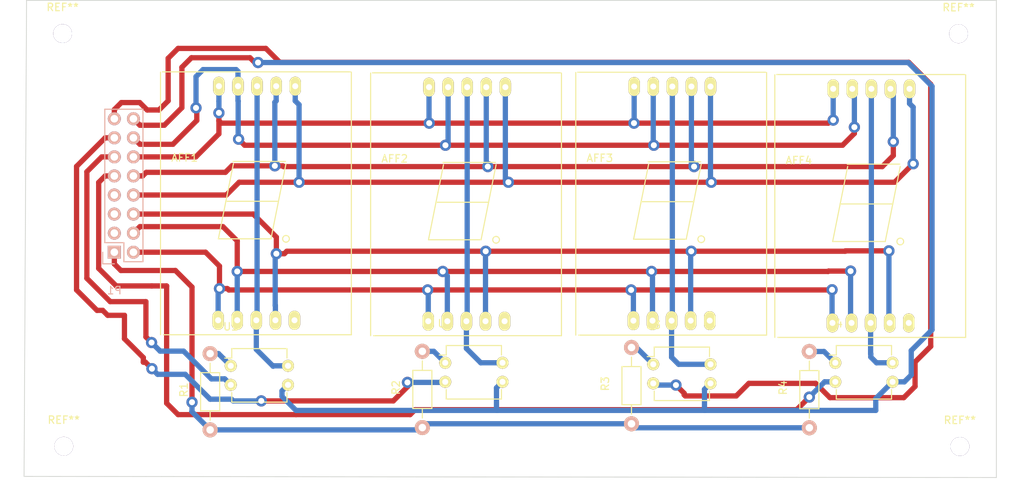
<source format=kicad_pcb>
(kicad_pcb (version 4) (host pcbnew 4.0.1-stable)

  (general
    (links 0)
    (no_connects 0)
    (area 0 0 0 0)
    (thickness 1.6)
    (drawings 4)
    (tracks 323)
    (zones 0)
    (modules 17)
    (nets 29)
  )

  (page A4)
  (layers
    (0 F.Cu signal)
    (31 B.Cu signal)
    (32 B.Adhes user)
    (33 F.Adhes user)
    (34 B.Paste user)
    (35 F.Paste user)
    (36 B.SilkS user)
    (37 F.SilkS user)
    (38 B.Mask user)
    (39 F.Mask user)
    (40 Dwgs.User user)
    (41 Cmts.User user)
    (42 Eco1.User user)
    (43 Eco2.User user)
    (44 Edge.Cuts user)
    (45 Margin user)
    (46 B.CrtYd user)
    (47 F.CrtYd user)
    (48 B.Fab user)
    (49 F.Fab user)
  )

  (setup
    (last_trace_width 0.7)
    (user_trace_width 0.3)
    (user_trace_width 0.5)
    (user_trace_width 0.7)
    (user_trace_width 0.9)
    (trace_clearance 0.2)
    (zone_clearance 0.508)
    (zone_45_only no)
    (trace_min 0.2)
    (segment_width 0.2)
    (edge_width 0.1)
    (via_size 0.6)
    (via_drill 0.4)
    (via_min_size 0.4)
    (via_min_drill 0.3)
    (user_via 1.5 0.8)
    (uvia_size 0.3)
    (uvia_drill 0.1)
    (uvias_allowed no)
    (uvia_min_size 0.2)
    (uvia_min_drill 0.1)
    (pcb_text_width 0.3)
    (pcb_text_size 1.5 1.5)
    (mod_edge_width 1)
    (mod_text_size 1 1)
    (mod_text_width 0.15)
    (pad_size 1.5 1.5)
    (pad_drill 0.6)
    (pad_to_mask_clearance 0)
    (aux_axis_origin 0 0)
    (visible_elements FFFFEF7F)
    (pcbplotparams
      (layerselection 0x00030_80000001)
      (usegerberextensions false)
      (excludeedgelayer true)
      (linewidth 0.100000)
      (plotframeref false)
      (viasonmask false)
      (mode 1)
      (useauxorigin false)
      (hpglpennumber 1)
      (hpglpenspeed 20)
      (hpglpendiameter 15)
      (hpglpenoverlay 2)
      (psnegative false)
      (psa4output false)
      (plotreference true)
      (plotvalue true)
      (plotinvisibletext false)
      (padsonsilk false)
      (subtractmaskfromsilk false)
      (outputformat 1)
      (mirror false)
      (drillshape 1)
      (scaleselection 1)
      (outputdirectory ""))
  )

  (net 0 "")
  (net 1 /LE)
  (net 2 /LD)
  (net 3 "Net-(AFF1-Pad3)")
  (net 4 /LC)
  (net 5 "Net-(AFF1-Pad5)")
  (net 6 /LB)
  (net 7 /LA)
  (net 8 /LF)
  (net 9 /LG)
  (net 10 "Net-(AFF2-Pad3)")
  (net 11 "Net-(AFF2-Pad5)")
  (net 12 "Net-(AFF3-Pad3)")
  (net 13 "Net-(AFF3-Pad5)")
  (net 14 "Net-(AFF4-Pad3)")
  (net 15 "Net-(AFF4-Pad5)")
  (net 16 VCC)
  (net 17 "Net-(P1-Pad3)")
  (net 18 "Net-(P1-Pad5)")
  (net 19 "Net-(P1-Pad7)")
  (net 20 /DD)
  (net 21 /DC)
  (net 22 /DB)
  (net 23 /DA)
  (net 24 GND)
  (net 25 "Net-(R1-Pad2)")
  (net 26 "Net-(R2-Pad2)")
  (net 27 "Net-(R3-Pad2)")
  (net 28 "Net-(R4-Pad2)")

  (net_class Default "This is the default net class."
    (clearance 0.2)
    (trace_width 0.25)
    (via_dia 0.6)
    (via_drill 0.4)
    (uvia_dia 0.3)
    (uvia_drill 0.1)
    (add_net /DA)
    (add_net /DB)
    (add_net /DC)
    (add_net /DD)
    (add_net /LA)
    (add_net /LB)
    (add_net /LC)
    (add_net /LD)
    (add_net /LE)
    (add_net /LF)
    (add_net /LG)
    (add_net GND)
    (add_net "Net-(AFF1-Pad3)")
    (add_net "Net-(AFF1-Pad5)")
    (add_net "Net-(AFF2-Pad3)")
    (add_net "Net-(AFF2-Pad5)")
    (add_net "Net-(AFF3-Pad3)")
    (add_net "Net-(AFF3-Pad5)")
    (add_net "Net-(AFF4-Pad3)")
    (add_net "Net-(AFF4-Pad5)")
    (add_net "Net-(P1-Pad3)")
    (add_net "Net-(P1-Pad5)")
    (add_net "Net-(P1-Pad7)")
    (add_net "Net-(R1-Pad2)")
    (add_net "Net-(R2-Pad2)")
    (add_net "Net-(R3-Pad2)")
    (add_net "Net-(R4-Pad2)")
    (add_net VCC)
  )

  (module 7seg1inch:7SegmentLED_LTS6760_LTS6780 (layer F.Cu) (tedit 573869DF) (tstamp 573880DD)
    (at 169.3672 95.1484)
    (path /566ED5F9)
    (fp_text reference AFF3 (at -9.5 -5.8) (layer F.SilkS)
      (effects (font (size 1 1) (thickness 0.15)))
    )
    (fp_text value LTS-6980HR (at -0.4 12) (layer F.Fab)
      (effects (font (size 1 1) (thickness 0.15)))
    )
    (fp_circle (center 4 5) (end 4.4 5.2) (layer F.SilkS) (width 0.15))
    (fp_line (start -3 -5) (end -4 0) (layer F.SilkS) (width 0.15))
    (fp_line (start -4 0) (end -5 5) (layer F.SilkS) (width 0.15))
    (fp_line (start -5 5) (end 2 5) (layer F.SilkS) (width 0.15))
    (fp_line (start 2 5) (end 3 0) (layer F.SilkS) (width 0.15))
    (fp_line (start 4 -5) (end 3 0) (layer F.SilkS) (width 0.15))
    (fp_line (start 3 0) (end -4 0) (layer F.SilkS) (width 0.15))
    (fp_line (start -3.063 -5.3086) (end 3.937 -5.3086) (layer F.SilkS) (width 0.15))
    (fp_line (start -12.3 17.78) (end 12.7 17.78) (layer F.SilkS) (width 0.15))
    (fp_line (start -12.7 -17.22) (end -12.7 17.78) (layer F.SilkS) (width 0.15))
    (fp_line (start 12.7 -17.22) (end 12.7 17.78) (layer F.SilkS) (width 0.15))
    (fp_line (start -12.446 -17.2466) (end 12.554 -17.2466) (layer F.SilkS) (width 0.15))
    (pad 1 thru_hole oval (at -5.0292 15.8496) (size 1.524 2.524) (drill 0.8) (layers *.Cu *.Mask F.SilkS)
      (net 1 /LE))
    (pad 2 thru_hole oval (at -2.4892 15.8496) (size 1.524 2.524) (drill 0.8) (layers *.Cu *.Mask F.SilkS)
      (net 2 /LD))
    (pad 3 thru_hole oval (at 0.0508 15.8496) (size 1.524 2.524) (drill 0.8) (layers *.Cu *.Mask F.SilkS)
      (net 12 "Net-(AFF3-Pad3)"))
    (pad 4 thru_hole oval (at 2.5908 15.8496) (size 1.524 2.524) (drill 0.8) (layers *.Cu *.Mask F.SilkS)
      (net 4 /LC))
    (pad 5 thru_hole oval (at 5.1308 15.8496) (size 1.524 2.524) (drill 0.8) (layers *.Cu *.Mask F.SilkS)
      (net 13 "Net-(AFF3-Pad5)"))
    (pad 6 thru_hole oval (at 5.2324 -15.3416) (size 1.524 2.524) (drill 0.8) (layers *.Cu *.Mask F.SilkS)
      (net 6 /LB))
    (pad 7 thru_hole oval (at 2.6924 -15.3416) (size 1.524 2.524) (drill 0.8) (layers *.Cu *.Mask F.SilkS)
      (net 7 /LA))
    (pad 8 thru_hole oval (at 0.1524 -15.3416) (size 1.524 2.524) (drill 0.8) (layers *.Cu *.Mask F.SilkS)
      (net 12 "Net-(AFF3-Pad3)"))
    (pad 9 thru_hole oval (at -2.3876 -15.3416) (size 1.524 2.524) (drill 0.8) (layers *.Cu *.Mask F.SilkS)
      (net 8 /LF))
    (pad 10 thru_hole oval (at -4.9276 -15.3416) (size 1.524 2.524) (drill 0.8) (layers *.Cu *.Mask F.SilkS)
      (net 9 /LG))
  )

  (module 7seg1inch:7SegmentLED_LTS6760_LTS6780 (layer F.Cu) (tedit 573869DF) (tstamp 573880C1)
    (at 114.0968 95.0976)
    (path /566EC076)
    (fp_text reference AFF1 (at -9.5 -5.8) (layer F.SilkS)
      (effects (font (size 1 1) (thickness 0.15)))
    )
    (fp_text value LTS-6980HR (at -0.4 12) (layer F.Fab)
      (effects (font (size 1 1) (thickness 0.15)))
    )
    (fp_circle (center 4 5) (end 4.4 5.2) (layer F.SilkS) (width 0.15))
    (fp_line (start -3 -5) (end -4 0) (layer F.SilkS) (width 0.15))
    (fp_line (start -4 0) (end -5 5) (layer F.SilkS) (width 0.15))
    (fp_line (start -5 5) (end 2 5) (layer F.SilkS) (width 0.15))
    (fp_line (start 2 5) (end 3 0) (layer F.SilkS) (width 0.15))
    (fp_line (start 4 -5) (end 3 0) (layer F.SilkS) (width 0.15))
    (fp_line (start 3 0) (end -4 0) (layer F.SilkS) (width 0.15))
    (fp_line (start -3.063 -5.3086) (end 3.937 -5.3086) (layer F.SilkS) (width 0.15))
    (fp_line (start -12.3 17.78) (end 12.7 17.78) (layer F.SilkS) (width 0.15))
    (fp_line (start -12.7 -17.22) (end -12.7 17.78) (layer F.SilkS) (width 0.15))
    (fp_line (start 12.7 -17.22) (end 12.7 17.78) (layer F.SilkS) (width 0.15))
    (fp_line (start -12.446 -17.2466) (end 12.554 -17.2466) (layer F.SilkS) (width 0.15))
    (pad 1 thru_hole oval (at -5.0292 15.8496) (size 1.524 2.524) (drill 0.8) (layers *.Cu *.Mask F.SilkS)
      (net 1 /LE))
    (pad 2 thru_hole oval (at -2.4892 15.8496) (size 1.524 2.524) (drill 0.8) (layers *.Cu *.Mask F.SilkS)
      (net 2 /LD))
    (pad 3 thru_hole oval (at 0.0508 15.8496) (size 1.524 2.524) (drill 0.8) (layers *.Cu *.Mask F.SilkS)
      (net 3 "Net-(AFF1-Pad3)"))
    (pad 4 thru_hole oval (at 2.5908 15.8496) (size 1.524 2.524) (drill 0.8) (layers *.Cu *.Mask F.SilkS)
      (net 4 /LC))
    (pad 5 thru_hole oval (at 5.1308 15.8496) (size 1.524 2.524) (drill 0.8) (layers *.Cu *.Mask F.SilkS)
      (net 5 "Net-(AFF1-Pad5)"))
    (pad 6 thru_hole oval (at 5.2324 -15.3416) (size 1.524 2.524) (drill 0.8) (layers *.Cu *.Mask F.SilkS)
      (net 6 /LB))
    (pad 7 thru_hole oval (at 2.6924 -15.3416) (size 1.524 2.524) (drill 0.8) (layers *.Cu *.Mask F.SilkS)
      (net 7 /LA))
    (pad 8 thru_hole oval (at 0.1524 -15.3416) (size 1.524 2.524) (drill 0.8) (layers *.Cu *.Mask F.SilkS)
      (net 3 "Net-(AFF1-Pad3)"))
    (pad 9 thru_hole oval (at -2.3876 -15.3416) (size 1.524 2.524) (drill 0.8) (layers *.Cu *.Mask F.SilkS)
      (net 8 /LF))
    (pad 10 thru_hole oval (at -4.9276 -15.3416) (size 1.524 2.524) (drill 0.8) (layers *.Cu *.Mask F.SilkS)
      (net 9 /LG))
  )

  (module 7seg1inch:7SegmentLED_LTS6760_LTS6780 (layer F.Cu) (tedit 573869DF) (tstamp 573880CF)
    (at 142.0622 95.2246)
    (path /566ED424)
    (fp_text reference AFF2 (at -9.5 -5.8) (layer F.SilkS)
      (effects (font (size 1 1) (thickness 0.15)))
    )
    (fp_text value LTS-6980HR (at -0.4 12) (layer F.Fab)
      (effects (font (size 1 1) (thickness 0.15)))
    )
    (fp_circle (center 4 5) (end 4.4 5.2) (layer F.SilkS) (width 0.15))
    (fp_line (start -3 -5) (end -4 0) (layer F.SilkS) (width 0.15))
    (fp_line (start -4 0) (end -5 5) (layer F.SilkS) (width 0.15))
    (fp_line (start -5 5) (end 2 5) (layer F.SilkS) (width 0.15))
    (fp_line (start 2 5) (end 3 0) (layer F.SilkS) (width 0.15))
    (fp_line (start 4 -5) (end 3 0) (layer F.SilkS) (width 0.15))
    (fp_line (start 3 0) (end -4 0) (layer F.SilkS) (width 0.15))
    (fp_line (start -3.063 -5.3086) (end 3.937 -5.3086) (layer F.SilkS) (width 0.15))
    (fp_line (start -12.3 17.78) (end 12.7 17.78) (layer F.SilkS) (width 0.15))
    (fp_line (start -12.7 -17.22) (end -12.7 17.78) (layer F.SilkS) (width 0.15))
    (fp_line (start 12.7 -17.22) (end 12.7 17.78) (layer F.SilkS) (width 0.15))
    (fp_line (start -12.446 -17.2466) (end 12.554 -17.2466) (layer F.SilkS) (width 0.15))
    (pad 1 thru_hole oval (at -5.0292 15.8496) (size 1.524 2.524) (drill 0.8) (layers *.Cu *.Mask F.SilkS)
      (net 1 /LE))
    (pad 2 thru_hole oval (at -2.4892 15.8496) (size 1.524 2.524) (drill 0.8) (layers *.Cu *.Mask F.SilkS)
      (net 2 /LD))
    (pad 3 thru_hole oval (at 0.0508 15.8496) (size 1.524 2.524) (drill 0.8) (layers *.Cu *.Mask F.SilkS)
      (net 10 "Net-(AFF2-Pad3)"))
    (pad 4 thru_hole oval (at 2.5908 15.8496) (size 1.524 2.524) (drill 0.8) (layers *.Cu *.Mask F.SilkS)
      (net 4 /LC))
    (pad 5 thru_hole oval (at 5.1308 15.8496) (size 1.524 2.524) (drill 0.8) (layers *.Cu *.Mask F.SilkS)
      (net 11 "Net-(AFF2-Pad5)"))
    (pad 6 thru_hole oval (at 5.2324 -15.3416) (size 1.524 2.524) (drill 0.8) (layers *.Cu *.Mask F.SilkS)
      (net 6 /LB))
    (pad 7 thru_hole oval (at 2.6924 -15.3416) (size 1.524 2.524) (drill 0.8) (layers *.Cu *.Mask F.SilkS)
      (net 7 /LA))
    (pad 8 thru_hole oval (at 0.1524 -15.3416) (size 1.524 2.524) (drill 0.8) (layers *.Cu *.Mask F.SilkS)
      (net 10 "Net-(AFF2-Pad3)"))
    (pad 9 thru_hole oval (at -2.3876 -15.3416) (size 1.524 2.524) (drill 0.8) (layers *.Cu *.Mask F.SilkS)
      (net 8 /LF))
    (pad 10 thru_hole oval (at -4.9276 -15.3416) (size 1.524 2.524) (drill 0.8) (layers *.Cu *.Mask F.SilkS)
      (net 9 /LG))
  )

  (module 7seg1inch:7SegmentLED_LTS6760_LTS6780 (layer F.Cu) (tedit 573869DF) (tstamp 573880EB)
    (at 195.8594 95.4532)
    (path /566F6176)
    (fp_text reference AFF4 (at -9.5 -5.8) (layer F.SilkS)
      (effects (font (size 1 1) (thickness 0.15)))
    )
    (fp_text value LTS-6980HR (at -0.4 12) (layer F.Fab)
      (effects (font (size 1 1) (thickness 0.15)))
    )
    (fp_circle (center 4 5) (end 4.4 5.2) (layer F.SilkS) (width 0.15))
    (fp_line (start -3 -5) (end -4 0) (layer F.SilkS) (width 0.15))
    (fp_line (start -4 0) (end -5 5) (layer F.SilkS) (width 0.15))
    (fp_line (start -5 5) (end 2 5) (layer F.SilkS) (width 0.15))
    (fp_line (start 2 5) (end 3 0) (layer F.SilkS) (width 0.15))
    (fp_line (start 4 -5) (end 3 0) (layer F.SilkS) (width 0.15))
    (fp_line (start 3 0) (end -4 0) (layer F.SilkS) (width 0.15))
    (fp_line (start -3.063 -5.3086) (end 3.937 -5.3086) (layer F.SilkS) (width 0.15))
    (fp_line (start -12.3 17.78) (end 12.7 17.78) (layer F.SilkS) (width 0.15))
    (fp_line (start -12.7 -17.22) (end -12.7 17.78) (layer F.SilkS) (width 0.15))
    (fp_line (start 12.7 -17.22) (end 12.7 17.78) (layer F.SilkS) (width 0.15))
    (fp_line (start -12.446 -17.2466) (end 12.554 -17.2466) (layer F.SilkS) (width 0.15))
    (pad 1 thru_hole oval (at -5.0292 15.8496) (size 1.524 2.524) (drill 0.8) (layers *.Cu *.Mask F.SilkS)
      (net 1 /LE))
    (pad 2 thru_hole oval (at -2.4892 15.8496) (size 1.524 2.524) (drill 0.8) (layers *.Cu *.Mask F.SilkS)
      (net 2 /LD))
    (pad 3 thru_hole oval (at 0.0508 15.8496) (size 1.524 2.524) (drill 0.8) (layers *.Cu *.Mask F.SilkS)
      (net 14 "Net-(AFF4-Pad3)"))
    (pad 4 thru_hole oval (at 2.5908 15.8496) (size 1.524 2.524) (drill 0.8) (layers *.Cu *.Mask F.SilkS)
      (net 4 /LC))
    (pad 5 thru_hole oval (at 5.1308 15.8496) (size 1.524 2.524) (drill 0.8) (layers *.Cu *.Mask F.SilkS)
      (net 15 "Net-(AFF4-Pad5)"))
    (pad 6 thru_hole oval (at 5.2324 -15.3416) (size 1.524 2.524) (drill 0.8) (layers *.Cu *.Mask F.SilkS)
      (net 6 /LB))
    (pad 7 thru_hole oval (at 2.6924 -15.3416) (size 1.524 2.524) (drill 0.8) (layers *.Cu *.Mask F.SilkS)
      (net 7 /LA))
    (pad 8 thru_hole oval (at 0.1524 -15.3416) (size 1.524 2.524) (drill 0.8) (layers *.Cu *.Mask F.SilkS)
      (net 14 "Net-(AFF4-Pad3)"))
    (pad 9 thru_hole oval (at -2.3876 -15.3416) (size 1.524 2.524) (drill 0.8) (layers *.Cu *.Mask F.SilkS)
      (net 8 /LF))
    (pad 10 thru_hole oval (at -4.9276 -15.3416) (size 1.524 2.524) (drill 0.8) (layers *.Cu *.Mask F.SilkS)
      (net 9 /LG))
  )

  (module Pin_Headers:Pin_Header_Straight_2x08 (layer B.Cu) (tedit 0) (tstamp 573880FF)
    (at 95.25 101.8794)
    (descr "Through hole pin header")
    (tags "pin header")
    (path /566EBE70)
    (fp_text reference P1 (at 0 5.1) (layer B.SilkS)
      (effects (font (size 1 1) (thickness 0.15)) (justify mirror))
    )
    (fp_text value CONN_02X08 (at 0 3.1) (layer B.Fab)
      (effects (font (size 1 1) (thickness 0.15)) (justify mirror))
    )
    (fp_line (start -1.75 1.75) (end -1.75 -19.55) (layer B.CrtYd) (width 0.05))
    (fp_line (start 4.3 1.75) (end 4.3 -19.55) (layer B.CrtYd) (width 0.05))
    (fp_line (start -1.75 1.75) (end 4.3 1.75) (layer B.CrtYd) (width 0.05))
    (fp_line (start -1.75 -19.55) (end 4.3 -19.55) (layer B.CrtYd) (width 0.05))
    (fp_line (start 3.81 -19.05) (end 3.81 1.27) (layer B.SilkS) (width 0.15))
    (fp_line (start -1.27 -1.27) (end -1.27 -19.05) (layer B.SilkS) (width 0.15))
    (fp_line (start 3.81 -19.05) (end -1.27 -19.05) (layer B.SilkS) (width 0.15))
    (fp_line (start 3.81 1.27) (end 1.27 1.27) (layer B.SilkS) (width 0.15))
    (fp_line (start 0 1.55) (end -1.55 1.55) (layer B.SilkS) (width 0.15))
    (fp_line (start 1.27 1.27) (end 1.27 -1.27) (layer B.SilkS) (width 0.15))
    (fp_line (start 1.27 -1.27) (end -1.27 -1.27) (layer B.SilkS) (width 0.15))
    (fp_line (start -1.55 1.55) (end -1.55 0) (layer B.SilkS) (width 0.15))
    (pad 1 thru_hole rect (at 0 0) (size 1.7272 1.7272) (drill 1.016) (layers *.Cu *.Mask B.SilkS)
      (net 16 VCC))
    (pad 2 thru_hole oval (at 2.54 0) (size 1.7272 1.7272) (drill 1.016) (layers *.Cu *.Mask B.SilkS)
      (net 1 /LE))
    (pad 3 thru_hole oval (at 0 -2.54) (size 1.7272 1.7272) (drill 1.016) (layers *.Cu *.Mask B.SilkS)
      (net 17 "Net-(P1-Pad3)"))
    (pad 4 thru_hole oval (at 2.54 -2.54) (size 1.7272 1.7272) (drill 1.016) (layers *.Cu *.Mask B.SilkS)
      (net 2 /LD))
    (pad 5 thru_hole oval (at 0 -5.08) (size 1.7272 1.7272) (drill 1.016) (layers *.Cu *.Mask B.SilkS)
      (net 18 "Net-(P1-Pad5)"))
    (pad 6 thru_hole oval (at 2.54 -5.08) (size 1.7272 1.7272) (drill 1.016) (layers *.Cu *.Mask B.SilkS)
      (net 4 /LC))
    (pad 7 thru_hole oval (at 0 -7.62) (size 1.7272 1.7272) (drill 1.016) (layers *.Cu *.Mask B.SilkS)
      (net 19 "Net-(P1-Pad7)"))
    (pad 8 thru_hole oval (at 2.54 -7.62) (size 1.7272 1.7272) (drill 1.016) (layers *.Cu *.Mask B.SilkS)
      (net 6 /LB))
    (pad 9 thru_hole oval (at 0 -10.16) (size 1.7272 1.7272) (drill 1.016) (layers *.Cu *.Mask B.SilkS)
      (net 20 /DD))
    (pad 10 thru_hole oval (at 2.54 -10.16) (size 1.7272 1.7272) (drill 1.016) (layers *.Cu *.Mask B.SilkS)
      (net 7 /LA))
    (pad 11 thru_hole oval (at 0 -12.7) (size 1.7272 1.7272) (drill 1.016) (layers *.Cu *.Mask B.SilkS)
      (net 21 /DC))
    (pad 12 thru_hole oval (at 2.54 -12.7) (size 1.7272 1.7272) (drill 1.016) (layers *.Cu *.Mask B.SilkS)
      (net 9 /LG))
    (pad 13 thru_hole oval (at 0 -15.24) (size 1.7272 1.7272) (drill 1.016) (layers *.Cu *.Mask B.SilkS)
      (net 22 /DB))
    (pad 14 thru_hole oval (at 2.54 -15.24) (size 1.7272 1.7272) (drill 1.016) (layers *.Cu *.Mask B.SilkS)
      (net 8 /LF))
    (pad 15 thru_hole oval (at 0 -17.78) (size 1.7272 1.7272) (drill 1.016) (layers *.Cu *.Mask B.SilkS)
      (net 23 /DA))
    (pad 16 thru_hole oval (at 2.54 -17.78) (size 1.7272 1.7272) (drill 1.016) (layers *.Cu *.Mask B.SilkS)
      (net 24 GND))
    (model Pin_Headers.3dshapes/Pin_Header_Straight_2x08.wrl
      (at (xyz 0.05 -0.35 0))
      (scale (xyz 1 1 1))
      (rotate (xyz 0 0 90))
    )
  )

  (module Resistors_ThroughHole:Resistor_Horizontal_RM10mm (layer F.Cu) (tedit 53F56209) (tstamp 57388105)
    (at 108.0008 120.4722 90)
    (descr "Resistor, Axial,  RM 10mm, 1/3W,")
    (tags "Resistor, Axial, RM 10mm, 1/3W,")
    (path /566ECAF8)
    (fp_text reference R1 (at 0.24892 -3.50012 90) (layer F.SilkS)
      (effects (font (size 1 1) (thickness 0.15)))
    )
    (fp_text value 330 (at 3.81 3.81 90) (layer F.Fab)
      (effects (font (size 1 1) (thickness 0.15)))
    )
    (fp_line (start -2.54 -1.27) (end 2.54 -1.27) (layer F.SilkS) (width 0.15))
    (fp_line (start 2.54 -1.27) (end 2.54 1.27) (layer F.SilkS) (width 0.15))
    (fp_line (start 2.54 1.27) (end -2.54 1.27) (layer F.SilkS) (width 0.15))
    (fp_line (start -2.54 1.27) (end -2.54 -1.27) (layer F.SilkS) (width 0.15))
    (fp_line (start -2.54 0) (end -3.81 0) (layer F.SilkS) (width 0.15))
    (fp_line (start 2.54 0) (end 3.81 0) (layer F.SilkS) (width 0.15))
    (pad 1 thru_hole circle (at -5.08 0 90) (size 1.99898 1.99898) (drill 1.00076) (layers *.Cu *.SilkS *.Mask)
      (net 16 VCC))
    (pad 2 thru_hole circle (at 5.08 0 90) (size 1.99898 1.99898) (drill 1.00076) (layers *.Cu *.SilkS *.Mask)
      (net 25 "Net-(R1-Pad2)"))
    (model Resistors_ThroughHole.3dshapes/Resistor_Horizontal_RM10mm.wrl
      (at (xyz 0 0 0))
      (scale (xyz 0.4 0.4 0.4))
      (rotate (xyz 0 0 0))
    )
  )

  (module Resistors_ThroughHole:Resistor_Horizontal_RM10mm (layer F.Cu) (tedit 53F56209) (tstamp 5738810B)
    (at 136.2456 120.1674 90)
    (descr "Resistor, Axial,  RM 10mm, 1/3W,")
    (tags "Resistor, Axial, RM 10mm, 1/3W,")
    (path /566ED448)
    (fp_text reference R2 (at 0.24892 -3.50012 90) (layer F.SilkS)
      (effects (font (size 1 1) (thickness 0.15)))
    )
    (fp_text value 330 (at 3.81 3.81 90) (layer F.Fab)
      (effects (font (size 1 1) (thickness 0.15)))
    )
    (fp_line (start -2.54 -1.27) (end 2.54 -1.27) (layer F.SilkS) (width 0.15))
    (fp_line (start 2.54 -1.27) (end 2.54 1.27) (layer F.SilkS) (width 0.15))
    (fp_line (start 2.54 1.27) (end -2.54 1.27) (layer F.SilkS) (width 0.15))
    (fp_line (start -2.54 1.27) (end -2.54 -1.27) (layer F.SilkS) (width 0.15))
    (fp_line (start -2.54 0) (end -3.81 0) (layer F.SilkS) (width 0.15))
    (fp_line (start 2.54 0) (end 3.81 0) (layer F.SilkS) (width 0.15))
    (pad 1 thru_hole circle (at -5.08 0 90) (size 1.99898 1.99898) (drill 1.00076) (layers *.Cu *.SilkS *.Mask)
      (net 16 VCC))
    (pad 2 thru_hole circle (at 5.08 0 90) (size 1.99898 1.99898) (drill 1.00076) (layers *.Cu *.SilkS *.Mask)
      (net 26 "Net-(R2-Pad2)"))
    (model Resistors_ThroughHole.3dshapes/Resistor_Horizontal_RM10mm.wrl
      (at (xyz 0 0 0))
      (scale (xyz 0.4 0.4 0.4))
      (rotate (xyz 0 0 0))
    )
  )

  (module Resistors_ThroughHole:Resistor_Horizontal_RM10mm (layer F.Cu) (tedit 53F56209) (tstamp 57388111)
    (at 164.084 119.6594 90)
    (descr "Resistor, Axial,  RM 10mm, 1/3W,")
    (tags "Resistor, Axial, RM 10mm, 1/3W,")
    (path /566ED61D)
    (fp_text reference R3 (at 0.24892 -3.50012 90) (layer F.SilkS)
      (effects (font (size 1 1) (thickness 0.15)))
    )
    (fp_text value 330 (at 3.81 3.81 90) (layer F.Fab)
      (effects (font (size 1 1) (thickness 0.15)))
    )
    (fp_line (start -2.54 -1.27) (end 2.54 -1.27) (layer F.SilkS) (width 0.15))
    (fp_line (start 2.54 -1.27) (end 2.54 1.27) (layer F.SilkS) (width 0.15))
    (fp_line (start 2.54 1.27) (end -2.54 1.27) (layer F.SilkS) (width 0.15))
    (fp_line (start -2.54 1.27) (end -2.54 -1.27) (layer F.SilkS) (width 0.15))
    (fp_line (start -2.54 0) (end -3.81 0) (layer F.SilkS) (width 0.15))
    (fp_line (start 2.54 0) (end 3.81 0) (layer F.SilkS) (width 0.15))
    (pad 1 thru_hole circle (at -5.08 0 90) (size 1.99898 1.99898) (drill 1.00076) (layers *.Cu *.SilkS *.Mask)
      (net 16 VCC))
    (pad 2 thru_hole circle (at 5.08 0 90) (size 1.99898 1.99898) (drill 1.00076) (layers *.Cu *.SilkS *.Mask)
      (net 27 "Net-(R3-Pad2)"))
    (model Resistors_ThroughHole.3dshapes/Resistor_Horizontal_RM10mm.wrl
      (at (xyz 0 0 0))
      (scale (xyz 0.4 0.4 0.4))
      (rotate (xyz 0 0 0))
    )
  )

  (module Resistors_ThroughHole:Resistor_Horizontal_RM10mm (layer F.Cu) (tedit 53F56209) (tstamp 57388117)
    (at 187.7568 120.1928 90)
    (descr "Resistor, Axial,  RM 10mm, 1/3W,")
    (tags "Resistor, Axial, RM 10mm, 1/3W,")
    (path /566F618F)
    (fp_text reference R4 (at 0.24892 -3.50012 90) (layer F.SilkS)
      (effects (font (size 1 1) (thickness 0.15)))
    )
    (fp_text value 330 (at 3.81 3.81 90) (layer F.Fab)
      (effects (font (size 1 1) (thickness 0.15)))
    )
    (fp_line (start -2.54 -1.27) (end 2.54 -1.27) (layer F.SilkS) (width 0.15))
    (fp_line (start 2.54 -1.27) (end 2.54 1.27) (layer F.SilkS) (width 0.15))
    (fp_line (start 2.54 1.27) (end -2.54 1.27) (layer F.SilkS) (width 0.15))
    (fp_line (start -2.54 1.27) (end -2.54 -1.27) (layer F.SilkS) (width 0.15))
    (fp_line (start -2.54 0) (end -3.81 0) (layer F.SilkS) (width 0.15))
    (fp_line (start 2.54 0) (end 3.81 0) (layer F.SilkS) (width 0.15))
    (pad 1 thru_hole circle (at -5.08 0 90) (size 1.99898 1.99898) (drill 1.00076) (layers *.Cu *.SilkS *.Mask)
      (net 16 VCC))
    (pad 2 thru_hole circle (at 5.08 0 90) (size 1.99898 1.99898) (drill 1.00076) (layers *.Cu *.SilkS *.Mask)
      (net 28 "Net-(R4-Pad2)"))
    (model Resistors_ThroughHole.3dshapes/Resistor_Horizontal_RM10mm.wrl
      (at (xyz 0 0 0))
      (scale (xyz 0.4 0.4 0.4))
      (rotate (xyz 0 0 0))
    )
  )

  (module Housings_DIP:DIP-4_W7.62mm (layer F.Cu) (tedit 54130A77) (tstamp 5738811F)
    (at 110.744 117.0178)
    (descr "4-lead dip package, row spacing 7.62 mm (300 mils)")
    (tags "dil dip 2.54 300")
    (path /566EC52C)
    (fp_text reference U1 (at 0 -5.22) (layer F.SilkS)
      (effects (font (size 1 1) (thickness 0.15)))
    )
    (fp_text value PC817 (at 0 -3.72) (layer F.Fab)
      (effects (font (size 1 1) (thickness 0.15)))
    )
    (fp_line (start -1.05 -2.45) (end -1.05 5) (layer F.CrtYd) (width 0.05))
    (fp_line (start 8.65 -2.45) (end 8.65 5) (layer F.CrtYd) (width 0.05))
    (fp_line (start -1.05 -2.45) (end 8.65 -2.45) (layer F.CrtYd) (width 0.05))
    (fp_line (start -1.05 5) (end 8.65 5) (layer F.CrtYd) (width 0.05))
    (fp_line (start 0.135 -2.295) (end 0.135 -1.025) (layer F.SilkS) (width 0.15))
    (fp_line (start 7.485 -2.295) (end 7.485 -1.025) (layer F.SilkS) (width 0.15))
    (fp_line (start 7.485 4.835) (end 7.485 3.565) (layer F.SilkS) (width 0.15))
    (fp_line (start 0.135 4.835) (end 0.135 3.565) (layer F.SilkS) (width 0.15))
    (fp_line (start 0.135 -2.295) (end 7.485 -2.295) (layer F.SilkS) (width 0.15))
    (fp_line (start 0.135 4.835) (end 7.485 4.835) (layer F.SilkS) (width 0.15))
    (fp_line (start 0.135 -1.025) (end -0.8 -1.025) (layer F.SilkS) (width 0.15))
    (pad 1 thru_hole oval (at 0 0) (size 1.6 1.6) (drill 0.8) (layers *.Cu *.Mask F.SilkS)
      (net 25 "Net-(R1-Pad2)"))
    (pad 2 thru_hole oval (at 0 2.54) (size 1.6 1.6) (drill 0.8) (layers *.Cu *.Mask F.SilkS)
      (net 21 /DC))
    (pad 3 thru_hole oval (at 7.62 2.54) (size 1.6 1.6) (drill 0.8) (layers *.Cu *.Mask F.SilkS)
      (net 24 GND))
    (pad 4 thru_hole oval (at 7.62 0) (size 1.6 1.6) (drill 0.8) (layers *.Cu *.Mask F.SilkS)
      (net 3 "Net-(AFF1-Pad3)"))
    (model Housings_DIP.3dshapes/DIP-4_W7.62mm.wrl
      (at (xyz 0 0 0))
      (scale (xyz 1 1 1))
      (rotate (xyz 0 0 0))
    )
  )

  (module Housings_DIP:DIP-4_W7.62mm (layer F.Cu) (tedit 54130A77) (tstamp 57388127)
    (at 139.2936 116.6114)
    (descr "4-lead dip package, row spacing 7.62 mm (300 mils)")
    (tags "dil dip 2.54 300")
    (path /566ED438)
    (fp_text reference U2 (at 0 -5.22) (layer F.SilkS)
      (effects (font (size 1 1) (thickness 0.15)))
    )
    (fp_text value PC817 (at 0 -3.72) (layer F.Fab)
      (effects (font (size 1 1) (thickness 0.15)))
    )
    (fp_line (start -1.05 -2.45) (end -1.05 5) (layer F.CrtYd) (width 0.05))
    (fp_line (start 8.65 -2.45) (end 8.65 5) (layer F.CrtYd) (width 0.05))
    (fp_line (start -1.05 -2.45) (end 8.65 -2.45) (layer F.CrtYd) (width 0.05))
    (fp_line (start -1.05 5) (end 8.65 5) (layer F.CrtYd) (width 0.05))
    (fp_line (start 0.135 -2.295) (end 0.135 -1.025) (layer F.SilkS) (width 0.15))
    (fp_line (start 7.485 -2.295) (end 7.485 -1.025) (layer F.SilkS) (width 0.15))
    (fp_line (start 7.485 4.835) (end 7.485 3.565) (layer F.SilkS) (width 0.15))
    (fp_line (start 0.135 4.835) (end 0.135 3.565) (layer F.SilkS) (width 0.15))
    (fp_line (start 0.135 -2.295) (end 7.485 -2.295) (layer F.SilkS) (width 0.15))
    (fp_line (start 0.135 4.835) (end 7.485 4.835) (layer F.SilkS) (width 0.15))
    (fp_line (start 0.135 -1.025) (end -0.8 -1.025) (layer F.SilkS) (width 0.15))
    (pad 1 thru_hole oval (at 0 0) (size 1.6 1.6) (drill 0.8) (layers *.Cu *.Mask F.SilkS)
      (net 26 "Net-(R2-Pad2)"))
    (pad 2 thru_hole oval (at 0 2.54) (size 1.6 1.6) (drill 0.8) (layers *.Cu *.Mask F.SilkS)
      (net 22 /DB))
    (pad 3 thru_hole oval (at 7.62 2.54) (size 1.6 1.6) (drill 0.8) (layers *.Cu *.Mask F.SilkS)
      (net 24 GND))
    (pad 4 thru_hole oval (at 7.62 0) (size 1.6 1.6) (drill 0.8) (layers *.Cu *.Mask F.SilkS)
      (net 10 "Net-(AFF2-Pad3)"))
    (model Housings_DIP.3dshapes/DIP-4_W7.62mm.wrl
      (at (xyz 0 0 0))
      (scale (xyz 1 1 1))
      (rotate (xyz 0 0 0))
    )
  )

  (module Housings_DIP:DIP-4_W7.62mm (layer F.Cu) (tedit 54130A77) (tstamp 5738812F)
    (at 166.9796 116.8146)
    (descr "4-lead dip package, row spacing 7.62 mm (300 mils)")
    (tags "dil dip 2.54 300")
    (path /566ED60D)
    (fp_text reference U3 (at 0 -5.22) (layer F.SilkS)
      (effects (font (size 1 1) (thickness 0.15)))
    )
    (fp_text value PC817 (at 0 -3.72) (layer F.Fab)
      (effects (font (size 1 1) (thickness 0.15)))
    )
    (fp_line (start -1.05 -2.45) (end -1.05 5) (layer F.CrtYd) (width 0.05))
    (fp_line (start 8.65 -2.45) (end 8.65 5) (layer F.CrtYd) (width 0.05))
    (fp_line (start -1.05 -2.45) (end 8.65 -2.45) (layer F.CrtYd) (width 0.05))
    (fp_line (start -1.05 5) (end 8.65 5) (layer F.CrtYd) (width 0.05))
    (fp_line (start 0.135 -2.295) (end 0.135 -1.025) (layer F.SilkS) (width 0.15))
    (fp_line (start 7.485 -2.295) (end 7.485 -1.025) (layer F.SilkS) (width 0.15))
    (fp_line (start 7.485 4.835) (end 7.485 3.565) (layer F.SilkS) (width 0.15))
    (fp_line (start 0.135 4.835) (end 0.135 3.565) (layer F.SilkS) (width 0.15))
    (fp_line (start 0.135 -2.295) (end 7.485 -2.295) (layer F.SilkS) (width 0.15))
    (fp_line (start 0.135 4.835) (end 7.485 4.835) (layer F.SilkS) (width 0.15))
    (fp_line (start 0.135 -1.025) (end -0.8 -1.025) (layer F.SilkS) (width 0.15))
    (pad 1 thru_hole oval (at 0 0) (size 1.6 1.6) (drill 0.8) (layers *.Cu *.Mask F.SilkS)
      (net 27 "Net-(R3-Pad2)"))
    (pad 2 thru_hole oval (at 0 2.54) (size 1.6 1.6) (drill 0.8) (layers *.Cu *.Mask F.SilkS)
      (net 23 /DA))
    (pad 3 thru_hole oval (at 7.62 2.54) (size 1.6 1.6) (drill 0.8) (layers *.Cu *.Mask F.SilkS)
      (net 24 GND))
    (pad 4 thru_hole oval (at 7.62 0) (size 1.6 1.6) (drill 0.8) (layers *.Cu *.Mask F.SilkS)
      (net 12 "Net-(AFF3-Pad3)"))
    (model Housings_DIP.3dshapes/DIP-4_W7.62mm.wrl
      (at (xyz 0 0 0))
      (scale (xyz 1 1 1))
      (rotate (xyz 0 0 0))
    )
  )

  (module Housings_DIP:DIP-4_W7.62mm (layer F.Cu) (tedit 54130A77) (tstamp 57388137)
    (at 191.2112 116.6114)
    (descr "4-lead dip package, row spacing 7.62 mm (300 mils)")
    (tags "dil dip 2.54 300")
    (path /566F6183)
    (fp_text reference U4 (at 0 -5.22) (layer F.SilkS)
      (effects (font (size 1 1) (thickness 0.15)))
    )
    (fp_text value PC817 (at 0 -3.72) (layer F.Fab)
      (effects (font (size 1 1) (thickness 0.15)))
    )
    (fp_line (start -1.05 -2.45) (end -1.05 5) (layer F.CrtYd) (width 0.05))
    (fp_line (start 8.65 -2.45) (end 8.65 5) (layer F.CrtYd) (width 0.05))
    (fp_line (start -1.05 -2.45) (end 8.65 -2.45) (layer F.CrtYd) (width 0.05))
    (fp_line (start -1.05 5) (end 8.65 5) (layer F.CrtYd) (width 0.05))
    (fp_line (start 0.135 -2.295) (end 0.135 -1.025) (layer F.SilkS) (width 0.15))
    (fp_line (start 7.485 -2.295) (end 7.485 -1.025) (layer F.SilkS) (width 0.15))
    (fp_line (start 7.485 4.835) (end 7.485 3.565) (layer F.SilkS) (width 0.15))
    (fp_line (start 0.135 4.835) (end 0.135 3.565) (layer F.SilkS) (width 0.15))
    (fp_line (start 0.135 -2.295) (end 7.485 -2.295) (layer F.SilkS) (width 0.15))
    (fp_line (start 0.135 4.835) (end 7.485 4.835) (layer F.SilkS) (width 0.15))
    (fp_line (start 0.135 -1.025) (end -0.8 -1.025) (layer F.SilkS) (width 0.15))
    (pad 1 thru_hole oval (at 0 0) (size 1.6 1.6) (drill 0.8) (layers *.Cu *.Mask F.SilkS)
      (net 28 "Net-(R4-Pad2)"))
    (pad 2 thru_hole oval (at 0 2.54) (size 1.6 1.6) (drill 0.8) (layers *.Cu *.Mask F.SilkS)
      (net 20 /DD))
    (pad 3 thru_hole oval (at 7.62 2.54) (size 1.6 1.6) (drill 0.8) (layers *.Cu *.Mask F.SilkS)
      (net 24 GND))
    (pad 4 thru_hole oval (at 7.62 0) (size 1.6 1.6) (drill 0.8) (layers *.Cu *.Mask F.SilkS)
      (net 14 "Net-(AFF4-Pad3)"))
    (model Housings_DIP.3dshapes/DIP-4_W7.62mm.wrl
      (at (xyz 0 0 0))
      (scale (xyz 1 1 1))
      (rotate (xyz 0 0 0))
    )
  )

  (module Mounting_Holes:MountingHole_2-5mm (layer F.Cu) (tedit 0) (tstamp 573889E6)
    (at 207.6196 72.771)
    (descr "Mounting hole, Befestigungsbohrung, 2,5mm, No Annular, Kein Restring,")
    (tags "Mounting hole, Befestigungsbohrung, 2,5mm, No Annular, Kein Restring,")
    (fp_text reference REF** (at 0 -3.50012) (layer F.SilkS)
      (effects (font (size 1 1) (thickness 0.15)))
    )
    (fp_text value MountingHole_2-5mm (at 0.09906 3.59918) (layer F.Fab)
      (effects (font (size 1 1) (thickness 0.15)))
    )
    (fp_circle (center 0 0) (end 2.5 0) (layer Cmts.User) (width 0.381))
    (pad 1 thru_hole circle (at 0 0) (size 2.5 2.5) (drill 2.5) (layers))
  )

  (module Mounting_Holes:MountingHole_2-5mm (layer F.Cu) (tedit 0) (tstamp 57388A00)
    (at 207.7974 127.762)
    (descr "Mounting hole, Befestigungsbohrung, 2,5mm, No Annular, Kein Restring,")
    (tags "Mounting hole, Befestigungsbohrung, 2,5mm, No Annular, Kein Restring,")
    (fp_text reference REF** (at 0 -3.50012) (layer F.SilkS)
      (effects (font (size 1 1) (thickness 0.15)))
    )
    (fp_text value MountingHole_2-5mm (at 0.09906 3.59918) (layer F.Fab)
      (effects (font (size 1 1) (thickness 0.15)))
    )
    (fp_circle (center 0 0) (end 2.5 0) (layer Cmts.User) (width 0.381))
    (pad 1 thru_hole circle (at 0 0) (size 2.5 2.5) (drill 2.5) (layers))
  )

  (module Mounting_Holes:MountingHole_2-5mm (layer F.Cu) (tedit 0) (tstamp 57388A04)
    (at 88.3666 72.7456)
    (descr "Mounting hole, Befestigungsbohrung, 2,5mm, No Annular, Kein Restring,")
    (tags "Mounting hole, Befestigungsbohrung, 2,5mm, No Annular, Kein Restring,")
    (fp_text reference REF** (at 0 -3.50012) (layer F.SilkS)
      (effects (font (size 1 1) (thickness 0.15)))
    )
    (fp_text value MountingHole_2-5mm (at 0.09906 3.59918) (layer F.Fab)
      (effects (font (size 1 1) (thickness 0.15)))
    )
    (fp_circle (center 0 0) (end 2.5 0) (layer Cmts.User) (width 0.381))
    (pad 1 thru_hole circle (at 0 0) (size 2.5 2.5) (drill 2.5) (layers))
  )

  (module Mounting_Holes:MountingHole_2-5mm (layer F.Cu) (tedit 0) (tstamp 57388A08)
    (at 88.519 127.7366)
    (descr "Mounting hole, Befestigungsbohrung, 2,5mm, No Annular, Kein Restring,")
    (tags "Mounting hole, Befestigungsbohrung, 2,5mm, No Annular, Kein Restring,")
    (fp_text reference REF** (at 0 -3.50012) (layer F.SilkS)
      (effects (font (size 1 1) (thickness 0.15)))
    )
    (fp_text value MountingHole_2-5mm (at 0.09906 3.59918) (layer F.Fab)
      (effects (font (size 1 1) (thickness 0.15)))
    )
    (fp_circle (center 0 0) (end 2.5 0) (layer Cmts.User) (width 0.381))
    (pad 1 thru_hole circle (at 0 0) (size 2.5 2.5) (drill 2.5) (layers))
  )

  (gr_line (start 83.2358 131.7498) (end 83.566 68.326) (layer Edge.Cuts) (width 0.1))
  (gr_line (start 212.6488 131.9022) (end 83.2358 131.7498) (layer Edge.Cuts) (width 0.1))
  (gr_line (start 212.6488 68.326) (end 212.6488 131.9022) (layer Edge.Cuts) (width 0.1))
  (gr_line (start 83.566 68.326) (end 212.6488 68.326) (layer Edge.Cuts) (width 0.1))

  (segment (start 107.3912 101.8794) (end 109.2454 103.7336) (width 0.7) (layer F.Cu) (net 1))
  (segment (start 109.2454 103.7336) (end 109.2454 106.7308) (width 0.7) (layer F.Cu) (net 1))
  (segment (start 97.79 101.8794) (end 107.3912 101.8794) (width 0.7) (layer F.Cu) (net 1))
  (segment (start 136.9568 106.9086) (end 164.0332 106.9086) (width 0.7) (layer F.Cu) (net 1))
  (via (at 164.0332 106.9086) (size 1.5) (drill 0.8) (layers F.Cu B.Cu) (net 1))
  (segment (start 164.0332 106.9086) (end 190.754 106.9086) (width 0.7) (layer F.Cu) (net 1))
  (segment (start 164.338 110.998) (end 164.338 107.2134) (width 0.7) (layer B.Cu) (net 1))
  (segment (start 164.338 107.2134) (end 164.0332 106.9086) (width 0.7) (layer B.Cu) (net 1))
  (segment (start 110.48386 106.9086) (end 136.9568 106.9086) (width 0.7) (layer F.Cu) (net 1))
  (segment (start 137.033 111.0742) (end 137.033 106.9848) (width 0.7) (layer B.Cu) (net 1))
  (segment (start 137.033 106.9848) (end 136.9568 106.9086) (width 0.7) (layer B.Cu) (net 1))
  (via (at 136.9568 106.9086) (size 1.5) (drill 0.8) (layers F.Cu B.Cu) (net 1))
  (segment (start 190.7794 106.8832) (end 190.7794 111.252) (width 0.7) (layer B.Cu) (net 1))
  (segment (start 190.7794 111.252) (end 190.8302 111.3028) (width 0.7) (layer B.Cu) (net 1))
  (segment (start 190.754 106.9086) (end 190.7794 106.8832) (width 0.7) (layer F.Cu) (net 1))
  (via (at 190.7794 106.8832) (size 1.5) (drill 0.8) (layers F.Cu B.Cu) (net 1))
  (segment (start 109.2454 106.7308) (end 110.30606 106.7308) (width 0.7) (layer F.Cu) (net 1))
  (segment (start 110.30606 106.7308) (end 110.48386 106.9086) (width 0.7) (layer F.Cu) (net 1))
  (segment (start 109.0676 110.9472) (end 109.0676 106.9086) (width 0.7) (layer B.Cu) (net 1))
  (segment (start 109.0676 106.9086) (end 109.2454 106.7308) (width 0.7) (layer B.Cu) (net 1))
  (via (at 109.2454 106.7308) (size 1.5) (drill 0.8) (layers F.Cu B.Cu) (net 1))
  (segment (start 111.6076 104.4448) (end 111.6076 100.3808) (width 0.7) (layer F.Cu) (net 2))
  (segment (start 111.6076 100.3808) (end 109.702601 98.475801) (width 0.7) (layer F.Cu) (net 2))
  (segment (start 109.702601 98.475801) (end 98.653599 98.475801) (width 0.7) (layer F.Cu) (net 2))
  (segment (start 98.653599 98.475801) (end 97.79 99.3394) (width 0.7) (layer F.Cu) (net 2))
  (segment (start 111.6076 104.4448) (end 138.9634 104.4448) (width 0.7) (layer F.Cu) (net 2))
  (segment (start 138.9634 104.4448) (end 166.751 104.4448) (width 0.7) (layer F.Cu) (net 2))
  (segment (start 139.573 111.0742) (end 139.573 105.0544) (width 0.7) (layer B.Cu) (net 2))
  (segment (start 139.573 105.0544) (end 138.9634 104.4448) (width 0.7) (layer B.Cu) (net 2))
  (via (at 138.9634 104.4448) (size 1.5) (drill 0.8) (layers F.Cu B.Cu) (net 2))
  (segment (start 166.751 104.4448) (end 190.265002 104.4448) (width 0.7) (layer F.Cu) (net 2))
  (segment (start 166.878 110.998) (end 166.878 104.5718) (width 0.7) (layer B.Cu) (net 2))
  (segment (start 166.878 104.5718) (end 166.751 104.4448) (width 0.7) (layer B.Cu) (net 2))
  (via (at 166.751 104.4448) (size 1.5) (drill 0.8) (layers F.Cu B.Cu) (net 2))
  (segment (start 193.2432 104.394) (end 193.2432 111.1758) (width 0.7) (layer B.Cu) (net 2))
  (segment (start 193.2432 111.1758) (end 193.3702 111.3028) (width 0.7) (layer B.Cu) (net 2))
  (segment (start 190.265002 104.4448) (end 190.315802 104.394) (width 0.7) (layer F.Cu) (net 2))
  (segment (start 190.315802 104.394) (end 193.2432 104.394) (width 0.7) (layer F.Cu) (net 2))
  (via (at 193.2432 104.394) (size 1.5) (drill 0.8) (layers F.Cu B.Cu) (net 2))
  (via (at 111.6076 104.4448) (size 1.5) (drill 0.8) (layers F.Cu B.Cu) (net 2))
  (segment (start 111.6076 110.9472) (end 111.6076 104.4448) (width 0.7) (layer B.Cu) (net 2))
  (segment (start 116.3828 117.0686) (end 116.4336 117.0178) (width 0.7) (layer B.Cu) (net 3))
  (segment (start 116.4336 117.0178) (end 118.364 117.0178) (width 0.7) (layer B.Cu) (net 3))
  (segment (start 114.1476 114.8334) (end 116.3828 117.0686) (width 0.7) (layer B.Cu) (net 3))
  (segment (start 114.1476 110.9472) (end 114.1476 114.8334) (width 0.7) (layer B.Cu) (net 3))
  (segment (start 114.2492 79.756) (end 114.2492 110.8456) (width 0.7) (layer B.Cu) (net 3))
  (segment (start 114.2492 110.8456) (end 114.1476 110.9472) (width 0.7) (layer B.Cu) (net 3))
  (segment (start 113.7412 96.7994) (end 116.8146 99.8728) (width 0.7) (layer F.Cu) (net 4))
  (segment (start 116.8146 99.8728) (end 116.8146 102.0826) (width 0.7) (layer F.Cu) (net 4))
  (segment (start 97.79 96.7994) (end 113.7412 96.7994) (width 0.7) (layer F.Cu) (net 4))
  (segment (start 118.20546 101.7524) (end 144.6784 101.7524) (width 0.7) (layer F.Cu) (net 4))
  (segment (start 144.6784 101.7524) (end 172.0342 101.7524) (width 0.7) (layer F.Cu) (net 4))
  (segment (start 144.653 111.0742) (end 144.653 101.7778) (width 0.7) (layer B.Cu) (net 4))
  (segment (start 144.653 101.7778) (end 144.6784 101.7524) (width 0.7) (layer B.Cu) (net 4))
  (via (at 144.6784 101.7524) (size 1.5) (drill 0.8) (layers F.Cu B.Cu) (net 4))
  (segment (start 172.0342 101.7524) (end 192.525602 101.7524) (width 0.7) (layer F.Cu) (net 4))
  (segment (start 171.958 110.998) (end 171.958 101.8286) (width 0.7) (layer B.Cu) (net 4))
  (segment (start 171.958 101.8286) (end 172.0342 101.7524) (width 0.7) (layer B.Cu) (net 4))
  (via (at 172.0342 101.7524) (size 1.5) (drill 0.8) (layers F.Cu B.Cu) (net 4))
  (segment (start 198.3486 101.7016) (end 198.3486 111.2012) (width 0.7) (layer B.Cu) (net 4))
  (segment (start 198.3486 111.2012) (end 198.4502 111.3028) (width 0.7) (layer B.Cu) (net 4))
  (segment (start 192.525602 101.7524) (end 192.576402 101.7016) (width 0.7) (layer F.Cu) (net 4))
  (segment (start 192.576402 101.7016) (end 198.3486 101.7016) (width 0.7) (layer F.Cu) (net 4))
  (via (at 198.3486 101.7016) (size 1.5) (drill 0.8) (layers F.Cu B.Cu) (net 4))
  (segment (start 116.8146 102.0826) (end 117.87526 102.0826) (width 0.7) (layer F.Cu) (net 4))
  (segment (start 117.87526 102.0826) (end 118.20546 101.7524) (width 0.7) (layer F.Cu) (net 4))
  (segment (start 116.6622 108.9598) (end 116.6622 102.235) (width 0.7) (layer B.Cu) (net 4))
  (segment (start 116.6622 102.235) (end 116.8146 102.0826) (width 0.7) (layer B.Cu) (net 4))
  (via (at 116.8146 102.0826) (size 1.5) (drill 0.8) (layers F.Cu B.Cu) (net 4))
  (segment (start 116.6876 110.9472) (end 116.6876 108.9852) (width 0.7) (layer B.Cu) (net 4))
  (segment (start 116.6876 108.9852) (end 116.6622 108.9598) (width 0.7) (layer B.Cu) (net 4))
  (segment (start 97.79 94.2594) (end 110.1598 94.2594) (width 0.7) (layer F.Cu) (net 6))
  (segment (start 110.1598 94.2594) (end 111.8616 92.5576) (width 0.7) (layer F.Cu) (net 6))
  (segment (start 111.8616 92.5576) (end 119.8372 92.5576) (width 0.7) (layer F.Cu) (net 6))
  (segment (start 147.701 92.5576) (end 174.7012 92.5576) (width 0.7) (layer F.Cu) (net 6))
  (segment (start 174.5996 79.8068) (end 174.5996 92.456) (width 0.7) (layer B.Cu) (net 6))
  (segment (start 174.5996 92.456) (end 174.7012 92.5576) (width 0.7) (layer B.Cu) (net 6))
  (segment (start 174.7012 92.5576) (end 199.1106 92.5576) (width 0.7) (layer F.Cu) (net 6))
  (via (at 174.7012 92.5576) (size 1.5) (drill 0.8) (layers F.Cu B.Cu) (net 6))
  (segment (start 119.8372 92.5576) (end 147.701 92.5576) (width 0.7) (layer F.Cu) (net 6))
  (segment (start 147.2946 79.883) (end 147.2946 92.1512) (width 0.7) (layer B.Cu) (net 6))
  (segment (start 147.2946 92.1512) (end 147.701 92.5576) (width 0.7) (layer B.Cu) (net 6))
  (via (at 147.701 92.5576) (size 1.5) (drill 0.8) (layers F.Cu B.Cu) (net 6))
  (segment (start 201.0918 80.1116) (end 201.0918 82.0736) (width 0.7) (layer B.Cu) (net 6))
  (segment (start 201.0918 82.0736) (end 201.5744 82.5562) (width 0.7) (layer B.Cu) (net 6))
  (segment (start 201.5744 82.5562) (end 201.5744 90.0938) (width 0.7) (layer B.Cu) (net 6))
  (via (at 201.5744 90.0938) (size 1.5) (drill 0.8) (layers F.Cu B.Cu) (net 6))
  (segment (start 199.1106 92.5576) (end 201.5744 90.0938) (width 0.7) (layer F.Cu) (net 6))
  (via (at 119.8372 92.5576) (size 1.5) (drill 0.8) (layers F.Cu B.Cu) (net 6))
  (segment (start 119.8372 82.226) (end 119.8372 92.5576) (width 0.7) (layer B.Cu) (net 6))
  (segment (start 119.3292 79.756) (end 119.3292 81.718) (width 0.7) (layer B.Cu) (net 6))
  (segment (start 119.3292 81.718) (end 119.8372 82.226) (width 0.7) (layer B.Cu) (net 6))
  (segment (start 110.9218 90.3478) (end 110.9472 90.3732) (width 0.7) (layer F.Cu) (net 7))
  (segment (start 110.9472 90.3732) (end 116.6114 90.3732) (width 0.7) (layer F.Cu) (net 7))
  (segment (start 110.0328 91.2368) (end 110.9218 90.3478) (width 0.7) (layer F.Cu) (net 7))
  (segment (start 99.493914 91.2368) (end 110.0328 91.2368) (width 0.7) (layer F.Cu) (net 7))
  (segment (start 97.79 91.7194) (end 99.011314 91.7194) (width 0.7) (layer F.Cu) (net 7))
  (segment (start 99.011314 91.7194) (end 99.493914 91.2368) (width 0.7) (layer F.Cu) (net 7))
  (segment (start 144.9578 90.4748) (end 172.4152 90.4748) (width 0.7) (layer F.Cu) (net 7))
  (segment (start 172.4152 90.4748) (end 197.4596 90.4748) (width 0.7) (layer F.Cu) (net 7))
  (segment (start 172.0596 79.8068) (end 172.0596 90.1192) (width 0.7) (layer B.Cu) (net 7))
  (segment (start 172.0596 90.1192) (end 172.4152 90.4748) (width 0.7) (layer B.Cu) (net 7))
  (via (at 172.4152 90.4748) (size 1.5) (drill 0.8) (layers F.Cu B.Cu) (net 7))
  (segment (start 117.77366 90.4748) (end 144.9578 90.4748) (width 0.7) (layer F.Cu) (net 7))
  (segment (start 144.7546 79.883) (end 144.7546 90.2716) (width 0.7) (layer B.Cu) (net 7))
  (segment (start 144.7546 90.2716) (end 144.9578 90.4748) (width 0.7) (layer B.Cu) (net 7))
  (via (at 144.9578 90.4748) (size 1.5) (drill 0.8) (layers F.Cu B.Cu) (net 7))
  (segment (start 198.9328 87.1474) (end 198.9328 80.4926) (width 0.7) (layer B.Cu) (net 7))
  (segment (start 198.9328 80.4926) (end 198.5518 80.1116) (width 0.7) (layer B.Cu) (net 7))
  (segment (start 197.4596 90.4748) (end 198.9328 89.0016) (width 0.7) (layer F.Cu) (net 7))
  (segment (start 198.9328 89.0016) (end 198.9328 87.1474) (width 0.7) (layer F.Cu) (net 7))
  (via (at 198.9328 87.1474) (size 1.5) (drill 0.8) (layers F.Cu B.Cu) (net 7))
  (segment (start 116.6114 90.3732) (end 117.67206 90.3732) (width 0.7) (layer F.Cu) (net 7))
  (segment (start 117.67206 90.3732) (end 117.77366 90.4748) (width 0.7) (layer F.Cu) (net 7))
  (via (at 116.6114 90.3732) (size 1.5) (drill 0.8) (layers F.Cu B.Cu) (net 7))
  (segment (start 116.6114 81.8958) (end 116.6114 90.3732) (width 0.7) (layer B.Cu) (net 7))
  (segment (start 116.7892 79.756) (end 116.7892 81.718) (width 0.7) (layer B.Cu) (net 7))
  (segment (start 116.7892 81.718) (end 116.6114 81.8958) (width 0.7) (layer B.Cu) (net 7))
  (segment (start 106.1212 82.6516) (end 106.1212 78.486) (width 0.7) (layer B.Cu) (net 8))
  (segment (start 111.4614 77.5462) (end 111.7092 77.794) (width 0.7) (layer B.Cu) (net 8))
  (segment (start 106.1212 78.486) (end 107.061 77.5462) (width 0.7) (layer B.Cu) (net 8))
  (segment (start 107.061 77.5462) (end 111.4614 77.5462) (width 0.7) (layer B.Cu) (net 8))
  (segment (start 111.7092 77.794) (end 111.7092 79.756) (width 0.7) (layer B.Cu) (net 8))
  (segment (start 106.2228 84.328) (end 106.2228 82.7532) (width 0.7) (layer F.Cu) (net 8))
  (segment (start 106.2228 82.7532) (end 106.1212 82.6516) (width 0.7) (layer F.Cu) (net 8))
  (via (at 106.1212 82.6516) (size 1.5) (drill 0.8) (layers F.Cu B.Cu) (net 8))
  (segment (start 103.047801 87.502999) (end 106.2228 84.328) (width 0.7) (layer F.Cu) (net 8))
  (segment (start 97.79 86.6394) (end 98.653599 87.502999) (width 0.7) (layer F.Cu) (net 8))
  (segment (start 98.653599 87.502999) (end 103.047801 87.502999) (width 0.7) (layer F.Cu) (net 8))
  (segment (start 111.6076 86.6394) (end 111.7854 86.8172) (width 0.7) (layer F.Cu) (net 8))
  (segment (start 112.5982 87.63) (end 139.319 87.63) (width 0.7) (layer F.Cu) (net 8))
  (segment (start 139.319 87.63) (end 167.0558 87.63) (width 0.7) (layer F.Cu) (net 8))
  (segment (start 139.6746 79.883) (end 139.6746 87.2744) (width 0.7) (layer B.Cu) (net 8))
  (segment (start 139.6746 87.2744) (end 139.319 87.63) (width 0.7) (layer B.Cu) (net 8))
  (via (at 139.319 87.63) (size 1.5) (drill 0.8) (layers F.Cu B.Cu) (net 8))
  (segment (start 167.0558 87.63) (end 192.1764 87.63) (width 0.7) (layer F.Cu) (net 8))
  (segment (start 166.9796 79.8068) (end 166.9796 87.5538) (width 0.7) (layer B.Cu) (net 8))
  (segment (start 166.9796 87.5538) (end 167.0558 87.63) (width 0.7) (layer B.Cu) (net 8))
  (via (at 167.0558 87.63) (size 1.5) (drill 0.8) (layers F.Cu B.Cu) (net 8))
  (segment (start 193.7512 85.217) (end 193.7512 80.391) (width 0.7) (layer B.Cu) (net 8))
  (segment (start 193.7512 80.391) (end 193.4718 80.1116) (width 0.7) (layer B.Cu) (net 8))
  (segment (start 192.1764 87.63) (end 193.7512 86.0552) (width 0.7) (layer F.Cu) (net 8))
  (segment (start 193.7512 86.0552) (end 193.7512 85.217) (width 0.7) (layer F.Cu) (net 8))
  (via (at 193.7512 85.217) (size 1.5) (drill 0.8) (layers F.Cu B.Cu) (net 8))
  (segment (start 111.7854 86.8172) (end 112.5982 87.63) (width 0.7) (layer F.Cu) (net 8))
  (segment (start 111.7346 81.7434) (end 111.7346 86.7664) (width 0.7) (layer B.Cu) (net 8))
  (segment (start 111.7346 86.7664) (end 111.7854 86.8172) (width 0.7) (layer B.Cu) (net 8))
  (via (at 111.7854 86.8172) (size 1.5) (drill 0.8) (layers F.Cu B.Cu) (net 8))
  (segment (start 111.7092 79.756) (end 111.7092 81.718) (width 0.7) (layer B.Cu) (net 8))
  (segment (start 111.7092 81.718) (end 111.7346 81.7434) (width 0.7) (layer B.Cu) (net 8))
  (segment (start 106.0958 89.1794) (end 109.1692 86.106) (width 0.7) (layer F.Cu) (net 9))
  (segment (start 109.1692 86.106) (end 109.1692 84.37266) (width 0.7) (layer F.Cu) (net 9))
  (segment (start 97.79 89.1794) (end 106.0958 89.1794) (width 0.7) (layer F.Cu) (net 9))
  (segment (start 137.16 84.6836) (end 164.4142 84.6836) (width 0.7) (layer F.Cu) (net 9))
  (segment (start 164.4142 84.6836) (end 190.2714 84.6836) (width 0.7) (layer F.Cu) (net 9))
  (segment (start 164.4396 79.8068) (end 164.4396 84.6582) (width 0.7) (layer B.Cu) (net 9))
  (segment (start 164.4396 84.6582) (end 164.4142 84.6836) (width 0.7) (layer B.Cu) (net 9))
  (via (at 164.4142 84.6836) (size 1.5) (drill 0.8) (layers F.Cu B.Cu) (net 9))
  (segment (start 109.48014 84.6836) (end 137.16 84.6836) (width 0.7) (layer F.Cu) (net 9))
  (segment (start 137.1346 79.883) (end 137.1346 84.6582) (width 0.7) (layer B.Cu) (net 9))
  (segment (start 137.1346 84.6582) (end 137.16 84.6836) (width 0.7) (layer B.Cu) (net 9))
  (via (at 137.16 84.6836) (size 1.5) (drill 0.8) (layers F.Cu B.Cu) (net 9))
  (segment (start 190.9318 84.2772) (end 190.9318 80.1116) (width 0.7) (layer B.Cu) (net 9))
  (segment (start 190.2714 84.6836) (end 190.6778 84.2772) (width 0.7) (layer F.Cu) (net 9))
  (segment (start 190.6778 84.2772) (end 190.9318 84.2772) (width 0.7) (layer F.Cu) (net 9))
  (via (at 190.9318 84.2772) (size 1.5) (drill 0.8) (layers F.Cu B.Cu) (net 9))
  (segment (start 109.1692 83.312) (end 109.1692 84.37266) (width 0.7) (layer F.Cu) (net 9))
  (segment (start 109.1692 84.37266) (end 109.48014 84.6836) (width 0.7) (layer F.Cu) (net 9))
  (via (at 109.1692 83.312) (size 1.5) (drill 0.8) (layers F.Cu B.Cu) (net 9))
  (segment (start 109.1692 81.7626) (end 109.1692 83.312) (width 0.7) (layer B.Cu) (net 9))
  (segment (start 109.1692 79.756) (end 109.1692 81.7626) (width 0.7) (layer B.Cu) (net 9))
  (segment (start 142.113 111.0742) (end 142.113 114.7064) (width 0.7) (layer B.Cu) (net 10))
  (segment (start 142.113 114.7064) (end 144.018 116.6114) (width 0.7) (layer B.Cu) (net 10))
  (segment (start 144.018 116.6114) (end 146.9136 116.6114) (width 0.7) (layer B.Cu) (net 10))
  (segment (start 142.2146 79.883) (end 142.2146 110.9726) (width 0.7) (layer B.Cu) (net 10))
  (segment (start 142.2146 110.9726) (end 142.113 111.0742) (width 0.7) (layer B.Cu) (net 10))
  (segment (start 169.418 110.998) (end 169.418 115.8748) (width 0.7) (layer B.Cu) (net 12))
  (segment (start 169.418 115.8748) (end 170.3578 116.8146) (width 0.7) (layer B.Cu) (net 12))
  (segment (start 170.3578 116.8146) (end 174.5996 116.8146) (width 0.7) (layer B.Cu) (net 12))
  (segment (start 169.5196 79.8068) (end 169.5196 110.8964) (width 0.7) (layer B.Cu) (net 12))
  (segment (start 169.5196 110.8964) (end 169.418 110.998) (width 0.7) (layer B.Cu) (net 12))
  (segment (start 195.9102 111.3028) (end 195.9102 115.4176) (width 0.7) (layer B.Cu) (net 14))
  (segment (start 195.9102 115.4176) (end 195.9356 115.443) (width 0.7) (layer B.Cu) (net 14))
  (segment (start 195.9356 115.8494) (end 196.6976 116.6114) (width 0.7) (layer B.Cu) (net 14))
  (segment (start 195.9356 115.443) (end 195.9356 115.8494) (width 0.7) (layer B.Cu) (net 14))
  (segment (start 196.6976 116.6114) (end 198.8312 116.6114) (width 0.7) (layer B.Cu) (net 14))
  (segment (start 196.0118 80.1116) (end 196.0118 111.2012) (width 0.7) (layer B.Cu) (net 14))
  (segment (start 196.0118 111.2012) (end 195.9102 111.3028) (width 0.7) (layer B.Cu) (net 14))
  (segment (start 105.5878 121.8692) (end 105.5878 123.0884) (width 0.7) (layer B.Cu) (net 16))
  (segment (start 105.5878 123.0884) (end 105.5624 123.1138) (width 0.7) (layer B.Cu) (net 16))
  (segment (start 105.5878 106.5276) (end 105.5878 121.8692) (width 0.7) (layer F.Cu) (net 16))
  (via (at 105.5878 121.8692) (size 1.5) (drill 0.8) (layers F.Cu B.Cu) (net 16))
  (segment (start 105.5624 123.1138) (end 108.0008 125.5522) (width 0.7) (layer B.Cu) (net 16))
  (segment (start 103.378 104.3178) (end 105.5878 106.5276) (width 0.7) (layer F.Cu) (net 16))
  (segment (start 96.1248 104.3178) (end 103.378 104.3178) (width 0.7) (layer F.Cu) (net 16))
  (segment (start 95.25 101.8794) (end 95.25 103.443) (width 0.7) (layer F.Cu) (net 16))
  (segment (start 95.25 103.443) (end 96.1248 104.3178) (width 0.7) (layer F.Cu) (net 16))
  (segment (start 164.084 124.7394) (end 136.7536 124.7394) (width 0.7) (layer B.Cu) (net 16))
  (segment (start 136.7536 124.7394) (end 136.2456 125.2474) (width 0.7) (layer B.Cu) (net 16))
  (segment (start 108.0008 125.5522) (end 135.9408 125.5522) (width 0.7) (layer B.Cu) (net 16))
  (segment (start 135.9408 125.5522) (end 136.2456 125.2474) (width 0.7) (layer B.Cu) (net 16))
  (segment (start 187.7568 125.2728) (end 164.6174 125.2728) (width 0.7) (layer B.Cu) (net 16))
  (segment (start 164.6174 125.2728) (end 164.084 124.7394) (width 0.7) (layer B.Cu) (net 16))
  (segment (start 187.7568 121.1834) (end 189.7888 119.1514) (width 0.7) (layer B.Cu) (net 20))
  (segment (start 189.7888 119.1514) (end 191.2112 119.1514) (width 0.7) (layer B.Cu) (net 20))
  (segment (start 135.2804 122.8598) (end 186.0804 122.8598) (width 0.7) (layer F.Cu) (net 20))
  (segment (start 186.0804 122.8598) (end 187.7568 121.1834) (width 0.7) (layer F.Cu) (net 20))
  (via (at 187.7568 121.1834) (size 1.5) (drill 0.8) (layers F.Cu B.Cu) (net 20))
  (segment (start 134.62 123.5202) (end 135.2804 122.8598) (width 0.7) (layer F.Cu) (net 20))
  (segment (start 119.4308 123.5202) (end 134.62 123.5202) (width 0.7) (layer F.Cu) (net 20))
  (segment (start 103.7336 123.5202) (end 119.4308 123.5202) (width 0.7) (layer F.Cu) (net 20))
  (segment (start 102.2096 121.9962) (end 103.7336 123.5202) (width 0.7) (layer F.Cu) (net 20))
  (segment (start 102.2096 106.3752) (end 102.2096 121.9962) (width 0.7) (layer F.Cu) (net 20))
  (segment (start 100.2284 106.3752) (end 102.2096 106.3752) (width 0.7) (layer F.Cu) (net 20))
  (segment (start 95.504 106.3752) (end 100.2284 106.3752) (width 0.7) (layer F.Cu) (net 20))
  (segment (start 93.1672 104.0384) (end 95.504 106.3752) (width 0.7) (layer F.Cu) (net 20))
  (segment (start 93.1672 92.580886) (end 93.1672 104.0384) (width 0.7) (layer F.Cu) (net 20))
  (segment (start 95.25 91.7194) (end 94.028686 91.7194) (width 0.7) (layer F.Cu) (net 20))
  (segment (start 94.028686 91.7194) (end 93.1672 92.580886) (width 0.7) (layer F.Cu) (net 20))
  (segment (start 100.203 113.919) (end 99.453001 113.169001) (width 0.7) (layer F.Cu) (net 21))
  (segment (start 99.453001 113.169001) (end 99.453001 108.470001) (width 0.7) (layer F.Cu) (net 21))
  (segment (start 99.453001 108.470001) (end 94.703201 108.470001) (width 0.7) (layer F.Cu) (net 21))
  (segment (start 94.703201 108.470001) (end 91.5924 105.3592) (width 0.7) (layer F.Cu) (net 21))
  (segment (start 91.5924 91.1606) (end 93.5736 89.1794) (width 0.7) (layer F.Cu) (net 21))
  (segment (start 91.5924 105.3592) (end 91.5924 91.1606) (width 0.7) (layer F.Cu) (net 21))
  (segment (start 93.5736 89.1794) (end 95.25 89.1794) (width 0.7) (layer F.Cu) (net 21))
  (segment (start 104.4702 115.062) (end 101.346 115.062) (width 0.7) (layer B.Cu) (net 21))
  (segment (start 101.346 115.062) (end 100.203 113.919) (width 0.7) (layer B.Cu) (net 21))
  (via (at 100.203 113.919) (size 1.5) (drill 0.8) (layers F.Cu B.Cu) (net 21))
  (segment (start 108.166001 118.757801) (end 104.4702 115.062) (width 0.7) (layer B.Cu) (net 21))
  (segment (start 110.744 119.5578) (end 109.944001 118.757801) (width 0.7) (layer B.Cu) (net 21))
  (segment (start 109.944001 118.757801) (end 108.166001 118.757801) (width 0.7) (layer B.Cu) (net 21))
  (segment (start 134.2644 119.2276) (end 139.2174 119.2276) (width 0.7) (layer B.Cu) (net 22))
  (segment (start 139.2174 119.2276) (end 139.2936 119.1514) (width 0.7) (layer B.Cu) (net 22))
  (segment (start 132.3848 121.6914) (end 134.2644 119.8118) (width 0.7) (layer F.Cu) (net 22))
  (segment (start 134.2644 119.8118) (end 134.2644 119.2276) (width 0.7) (layer F.Cu) (net 22))
  (via (at 134.2644 119.2276) (size 1.5) (drill 0.8) (layers F.Cu B.Cu) (net 22))
  (segment (start 114.808 121.6914) (end 132.3848 121.6914) (width 0.7) (layer F.Cu) (net 22))
  (segment (start 108.0008 121.4628) (end 110.837002 121.4628) (width 0.7) (layer B.Cu) (net 22))
  (segment (start 110.837002 121.4628) (end 111.065602 121.6914) (width 0.7) (layer B.Cu) (net 22))
  (via (at 114.808 121.6914) (size 1.5) (drill 0.8) (layers F.Cu B.Cu) (net 22))
  (segment (start 111.065602 121.6914) (end 114.808 121.6914) (width 0.7) (layer B.Cu) (net 22))
  (segment (start 104.686799 118.148799) (end 108.0008 121.4628) (width 0.7) (layer B.Cu) (net 22))
  (segment (start 100.2538 117.3988) (end 101.003799 118.148799) (width 0.7) (layer B.Cu) (net 22))
  (segment (start 101.003799 118.148799) (end 104.686799 118.148799) (width 0.7) (layer B.Cu) (net 22))
  (segment (start 99.1108 116.5352) (end 99.3902 116.5352) (width 0.7) (layer F.Cu) (net 22))
  (segment (start 99.3902 116.5352) (end 100.2538 117.3988) (width 0.7) (layer F.Cu) (net 22))
  (via (at 100.2538 117.3988) (size 1.5) (drill 0.8) (layers F.Cu B.Cu) (net 22))
  (segment (start 99.1108 115.9256) (end 99.1108 116.5352) (width 0.7) (layer F.Cu) (net 22))
  (segment (start 96.5962 113.411) (end 99.1108 115.9256) (width 0.7) (layer F.Cu) (net 22))
  (segment (start 96.5962 110.2868) (end 96.5962 113.411) (width 0.7) (layer F.Cu) (net 22))
  (segment (start 94.361 110.2868) (end 96.5962 110.2868) (width 0.7) (layer F.Cu) (net 22))
  (segment (start 93.7006 109.6264) (end 94.361 110.2868) (width 0.7) (layer F.Cu) (net 22))
  (segment (start 92.9386 109.6264) (end 93.7006 109.6264) (width 0.7) (layer F.Cu) (net 22))
  (segment (start 90.2208 106.9086) (end 92.9386 109.6264) (width 0.7) (layer F.Cu) (net 22))
  (segment (start 90.2208 90.447286) (end 90.2208 106.9086) (width 0.7) (layer F.Cu) (net 22))
  (segment (start 95.25 86.6394) (end 94.028686 86.6394) (width 0.7) (layer F.Cu) (net 22))
  (segment (start 94.028686 86.6394) (end 90.2208 90.447286) (width 0.7) (layer F.Cu) (net 22))
  (segment (start 170.0022 119.5832) (end 167.2082 119.5832) (width 0.7) (layer B.Cu) (net 23))
  (segment (start 167.2082 119.5832) (end 166.9796 119.3546) (width 0.7) (layer B.Cu) (net 23))
  (segment (start 171.0944 120.8786) (end 171.0944 120.6754) (width 0.7) (layer F.Cu) (net 23))
  (segment (start 171.0944 120.6754) (end 170.0022 119.5832) (width 0.7) (layer F.Cu) (net 23))
  (via (at 170.0022 119.5832) (size 1.5) (drill 0.8) (layers F.Cu B.Cu) (net 23))
  (segment (start 171.2468 121.031) (end 171.0944 120.8786) (width 0.7) (layer F.Cu) (net 23))
  (segment (start 178.0286 121.031) (end 171.2468 121.031) (width 0.7) (layer F.Cu) (net 23))
  (segment (start 179.705 119.3546) (end 178.0286 121.031) (width 0.7) (layer F.Cu) (net 23))
  (segment (start 188.595 119.3546) (end 179.705 119.3546) (width 0.7) (layer F.Cu) (net 23))
  (segment (start 190.5 121.2596) (end 188.595 119.3546) (width 0.7) (layer F.Cu) (net 23))
  (segment (start 200.3298 121.2596) (end 190.5 121.2596) (width 0.7) (layer F.Cu) (net 23))
  (segment (start 201.8284 119.761) (end 200.3298 121.2596) (width 0.7) (layer F.Cu) (net 23))
  (segment (start 201.8284 116.5098) (end 201.8284 119.761) (width 0.7) (layer F.Cu) (net 23))
  (segment (start 203.9112 114.427) (end 201.8284 116.5098) (width 0.7) (layer F.Cu) (net 23))
  (segment (start 203.9112 79.502) (end 203.9112 114.427) (width 0.7) (layer F.Cu) (net 23))
  (segment (start 200.9902 76.581) (end 203.9112 79.502) (width 0.7) (layer F.Cu) (net 23))
  (segment (start 117.2718 76.581) (end 200.9902 76.581) (width 0.7) (layer F.Cu) (net 23))
  (segment (start 115.4176 74.7268) (end 117.2718 76.581) (width 0.7) (layer F.Cu) (net 23))
  (segment (start 103.7336 74.7268) (end 115.4176 74.7268) (width 0.7) (layer F.Cu) (net 23))
  (segment (start 102.4128 76.0476) (end 103.7336 74.7268) (width 0.7) (layer F.Cu) (net 23))
  (segment (start 102.4128 81.7118) (end 102.4128 76.0476) (width 0.7) (layer F.Cu) (net 23))
  (segment (start 101.1936 82.931) (end 102.4128 81.7118) (width 0.7) (layer F.Cu) (net 23))
  (segment (start 99.6188 82.931) (end 101.1936 82.931) (width 0.7) (layer F.Cu) (net 23))
  (segment (start 98.6282 81.9404) (end 99.6188 82.931) (width 0.7) (layer F.Cu) (net 23))
  (segment (start 96.187686 81.9404) (end 98.6282 81.9404) (width 0.7) (layer F.Cu) (net 23))
  (segment (start 95.25 84.0994) (end 95.25 82.878086) (width 0.7) (layer F.Cu) (net 23))
  (segment (start 95.25 82.878086) (end 96.187686 81.9404) (width 0.7) (layer F.Cu) (net 23))
  (segment (start 201.3204 118.237) (end 200.406 119.1514) (width 0.7) (layer B.Cu) (net 24))
  (segment (start 200.406 119.1514) (end 198.8312 119.1514) (width 0.7) (layer B.Cu) (net 24))
  (segment (start 201.3204 114.9858) (end 201.3204 118.237) (width 0.7) (layer B.Cu) (net 24))
  (segment (start 204.089 112.2172) (end 201.3204 114.9858) (width 0.7) (layer B.Cu) (net 24))
  (segment (start 204.089 79.7814) (end 204.089 112.2172) (width 0.7) (layer B.Cu) (net 24))
  (segment (start 200.914 76.6064) (end 204.089 79.7814) (width 0.7) (layer B.Cu) (net 24))
  (segment (start 114.3762 76.6064) (end 200.914 76.6064) (width 0.7) (layer B.Cu) (net 24))
  (segment (start 113.3094 75.9714) (end 113.9444 76.6064) (width 0.7) (layer F.Cu) (net 24))
  (segment (start 113.9444 76.6064) (end 114.3762 76.6064) (width 0.7) (layer F.Cu) (net 24))
  (via (at 114.3762 76.6064) (size 1.5) (drill 0.8) (layers F.Cu B.Cu) (net 24))
  (segment (start 105.5116 75.9714) (end 113.3094 75.9714) (width 0.7) (layer F.Cu) (net 24))
  (segment (start 104.2416 77.2414) (end 105.5116 75.9714) (width 0.7) (layer F.Cu) (net 24))
  (segment (start 104.2416 82.6262) (end 104.2416 77.2414) (width 0.7) (layer F.Cu) (net 24))
  (segment (start 101.904801 84.962999) (end 104.2416 82.6262) (width 0.7) (layer F.Cu) (net 24))
  (segment (start 97.79 84.0994) (end 98.653599 84.962999) (width 0.7) (layer F.Cu) (net 24))
  (segment (start 98.653599 84.962999) (end 101.904801 84.962999) (width 0.7) (layer F.Cu) (net 24))
  (segment (start 119.4308 122.9614) (end 146.2278 122.9614) (width 0.7) (layer B.Cu) (net 24))
  (segment (start 146.2278 122.9614) (end 173.863 122.9614) (width 0.7) (layer B.Cu) (net 24))
  (segment (start 146.113601 122.847201) (end 146.2278 122.9614) (width 0.7) (layer B.Cu) (net 24))
  (segment (start 146.9136 119.1514) (end 146.113601 119.951399) (width 0.7) (layer B.Cu) (net 24))
  (segment (start 146.113601 119.951399) (end 146.113601 122.847201) (width 0.7) (layer B.Cu) (net 24))
  (segment (start 173.863 122.9614) (end 196.596 122.9614) (width 0.7) (layer B.Cu) (net 24))
  (segment (start 174.5996 119.3546) (end 173.799601 120.154599) (width 0.7) (layer B.Cu) (net 24))
  (segment (start 173.799601 122.898001) (end 173.863 122.9614) (width 0.7) (layer B.Cu) (net 24))
  (segment (start 173.799601 120.154599) (end 173.799601 122.898001) (width 0.7) (layer B.Cu) (net 24))
  (segment (start 196.596 122.9614) (end 196.596 121.3866) (width 0.7) (layer B.Cu) (net 24))
  (segment (start 196.596 121.3866) (end 198.8312 119.1514) (width 0.7) (layer B.Cu) (net 24))
  (segment (start 117.564001 121.094601) (end 119.4308 122.9614) (width 0.7) (layer B.Cu) (net 24))
  (segment (start 118.364 119.5578) (end 117.564001 120.357799) (width 0.7) (layer B.Cu) (net 24))
  (segment (start 117.564001 120.357799) (end 117.564001 121.094601) (width 0.7) (layer B.Cu) (net 24))
  (segment (start 108.0008 115.3922) (end 109.1184 115.3922) (width 0.7) (layer B.Cu) (net 25))
  (segment (start 109.1184 115.3922) (end 110.744 117.0178) (width 0.7) (layer B.Cu) (net 25))
  (segment (start 136.2456 115.0874) (end 137.7696 115.0874) (width 0.7) (layer B.Cu) (net 26))
  (segment (start 137.7696 115.0874) (end 139.2936 116.6114) (width 0.7) (layer B.Cu) (net 26))
  (segment (start 164.084 114.5794) (end 164.7444 114.5794) (width 0.7) (layer B.Cu) (net 27))
  (segment (start 164.7444 114.5794) (end 166.9796 116.8146) (width 0.7) (layer B.Cu) (net 27))
  (segment (start 187.7568 115.1128) (end 189.7126 115.1128) (width 0.7) (layer B.Cu) (net 28))
  (segment (start 189.7126 115.1128) (end 191.2112 116.6114) (width 0.7) (layer B.Cu) (net 28))

)

</source>
